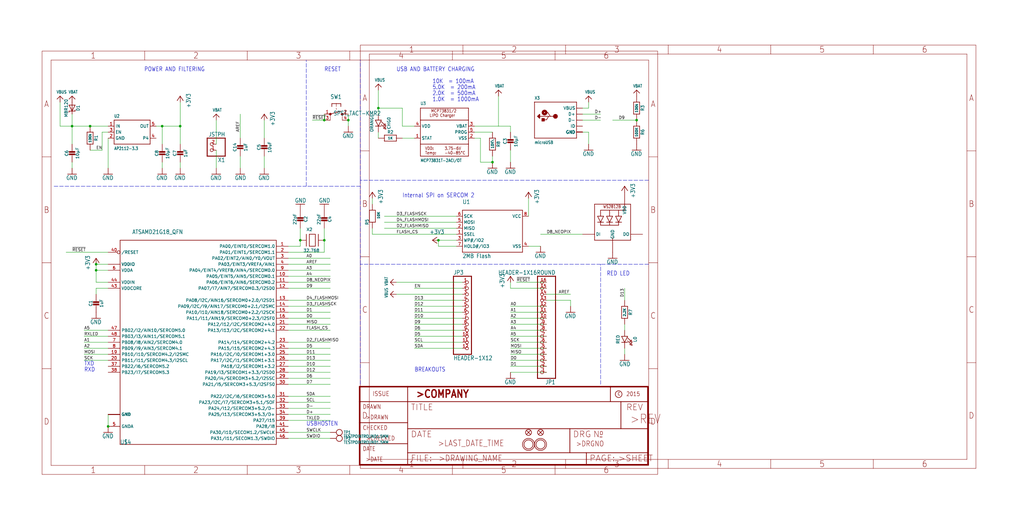
<source format=kicad_sch>
(kicad_sch (version 20211123) (generator eeschema)
  (paper "User" 433.07 220.421)
  (junction (at 30.48 53.34))
  (junction (at 269.24 50.8))
  (junction (at 40.64 111.76))
  (junction (at 160.02 45.72))
  (junction (at 45.72 180.34))
  (junction (at 208.28 68.58))
  (junction (at 185.42 101.6))
  (junction (at 76.2 53.34))
  (junction (at 40.64 114.3))
  (junction (at 137.16 50.8))
  (junction (at 137.16 101.6))
  (junction (at 38.1 53.34))
  (junction (at 127 101.6))
  (junction (at 147.32 50.8))
  (junction (at 68.58 53.34))
  (wire (pts (xy 45.72 106.68) (xy 27.94 106.68)))
  (wire (pts (xy 160.02 48.26) (xy 160.02 45.72)))
  (wire (pts (xy 91.44 50.8) (xy 91.44 60.96)))
  (polyline (pts (xy 152.4 76.2) (xy 152.4 25.4)))
  (wire (pts (xy 45.72 119.38) (xy 40.64 119.38)))
  (polyline (pts (xy 152.4 111.76) (xy 152.4 78.74)))
  (wire (pts (xy 139.7 185.42) (xy 121.92 185.42)))
  (wire (pts (xy 246.38 55.88) (xy 248.92 55.88)))
  (wire (pts (xy 127 96.52) (xy 127 101.6)))
  (wire (pts (xy 30.48 68.58) (xy 30.48 71.12)))
  (wire (pts (xy 121.92 111.76) (xy 139.7 111.76)))
  (wire (pts (xy 162.56 93.98) (xy 193.04 93.98)))
  (wire (pts (xy 40.64 119.38) (xy 40.64 114.3)))
  (wire (pts (xy 45.72 175.26) (xy 45.72 180.34)))
  (wire (pts (xy 215.9 55.88) (xy 215.9 53.34)))
  (wire (pts (xy 246.38 45.72) (xy 248.92 45.72)))
  (wire (pts (xy 170.18 58.42) (xy 175.26 58.42)))
  (wire (pts (xy 45.72 114.3) (xy 40.64 114.3)))
  (wire (pts (xy 215.9 137.16) (xy 231.14 137.16)))
  (wire (pts (xy 38.1 53.34) (xy 30.48 53.34)))
  (wire (pts (xy 170.18 53.34) (xy 175.26 53.34)))
  (wire (pts (xy 195.58 127) (xy 175.26 127)))
  (wire (pts (xy 76.2 68.58) (xy 76.2 71.12)))
  (wire (pts (xy 121.92 162.56) (xy 139.7 162.56)))
  (wire (pts (xy 264.16 147.32) (xy 264.16 149.86)))
  (wire (pts (xy 121.92 119.38) (xy 139.7 119.38)))
  (wire (pts (xy 30.48 53.34) (xy 30.48 60.96)))
  (wire (pts (xy 121.92 144.78) (xy 139.7 144.78)))
  (wire (pts (xy 139.7 116.84) (xy 121.92 116.84)))
  (wire (pts (xy 121.92 167.64) (xy 139.7 167.64)))
  (wire (pts (xy 121.92 106.68) (xy 137.16 106.68)))
  (wire (pts (xy 45.72 139.7) (xy 35.56 139.7)))
  (wire (pts (xy 185.42 104.14) (xy 193.04 104.14)))
  (wire (pts (xy 157.48 83.82) (xy 157.48 86.36)))
  (wire (pts (xy 215.9 121.92) (xy 231.14 121.92)))
  (wire (pts (xy 121.92 121.92) (xy 139.7 121.92)))
  (wire (pts (xy 231.14 152.4) (xy 215.9 152.4)))
  (wire (pts (xy 121.92 177.8) (xy 139.7 177.8)))
  (wire (pts (xy 215.9 142.24) (xy 231.14 142.24)))
  (wire (pts (xy 35.56 152.4) (xy 45.72 152.4)))
  (wire (pts (xy 231.14 127) (xy 241.3 127)))
  (wire (pts (xy 195.58 137.16) (xy 175.26 137.16)))
  (wire (pts (xy 121.92 149.86) (xy 139.7 149.86)))
  (wire (pts (xy 215.9 53.34) (xy 210.82 53.34)))
  (wire (pts (xy 203.2 58.42) (xy 203.2 68.58)))
  (wire (pts (xy 45.72 111.76) (xy 40.64 111.76)))
  (wire (pts (xy 121.92 182.88) (xy 139.7 182.88)))
  (wire (pts (xy 231.14 134.62) (xy 215.9 134.62)))
  (wire (pts (xy 160.02 38.1) (xy 160.02 45.72)))
  (wire (pts (xy 231.14 119.38) (xy 218.44 119.38)))
  (wire (pts (xy 139.7 134.62) (xy 121.92 134.62)))
  (wire (pts (xy 254 50.8) (xy 246.38 50.8)))
  (wire (pts (xy 121.92 139.7) (xy 139.7 139.7)))
  (wire (pts (xy 139.7 147.32) (xy 121.92 147.32)))
  (wire (pts (xy 248.92 55.88) (xy 248.92 60.96)))
  (wire (pts (xy 231.14 144.78) (xy 215.9 144.78)))
  (wire (pts (xy 68.58 60.96) (xy 68.58 53.34)))
  (wire (pts (xy 45.72 142.24) (xy 35.56 142.24)))
  (wire (pts (xy 210.82 40.64) (xy 210.82 53.34)))
  (wire (pts (xy 68.58 53.34) (xy 76.2 53.34)))
  (wire (pts (xy 68.58 68.58) (xy 68.58 71.12)))
  (wire (pts (xy 121.92 129.54) (xy 139.7 129.54)))
  (wire (pts (xy 45.72 121.92) (xy 40.64 121.92)))
  (wire (pts (xy 160.02 55.88) (xy 160.02 58.42)))
  (wire (pts (xy 269.24 50.8) (xy 259.08 50.8)))
  (wire (pts (xy 157.48 99.06) (xy 193.04 99.06)))
  (wire (pts (xy 231.14 124.46) (xy 241.3 124.46)))
  (wire (pts (xy 215.9 119.38) (xy 215.9 121.92)))
  (wire (pts (xy 76.2 53.34) (xy 76.2 60.96)))
  (wire (pts (xy 101.6 58.42) (xy 101.6 48.26)))
  (wire (pts (xy 248.92 45.72) (xy 248.92 43.18)))
  (wire (pts (xy 193.04 91.44) (xy 162.56 91.44)))
  (wire (pts (xy 246.38 99.06) (xy 228.6 99.06)))
  (polyline (pts (xy 152.4 78.74) (xy 129.54 78.74)))
  (polyline (pts (xy 22.86 78.74) (xy 129.54 78.74)))
  (wire (pts (xy 43.18 55.88) (xy 45.72 55.88)))
  (wire (pts (xy 121.92 172.72) (xy 139.7 172.72)))
  (wire (pts (xy 215.9 157.48) (xy 231.14 157.48)))
  (wire (pts (xy 167.64 119.38) (xy 195.58 119.38)))
  (wire (pts (xy 175.26 129.54) (xy 195.58 129.54)))
  (wire (pts (xy 175.26 134.62) (xy 195.58 134.62)))
  (wire (pts (xy 38.1 63.5) (xy 43.18 63.5)))
  (wire (pts (xy 200.66 58.42) (xy 203.2 58.42)))
  (wire (pts (xy 127 104.14) (xy 127 101.6)))
  (wire (pts (xy 121.92 137.16) (xy 139.7 137.16)))
  (wire (pts (xy 91.44 71.12) (xy 91.44 63.5)))
  (wire (pts (xy 121.92 152.4) (xy 139.7 152.4)))
  (wire (pts (xy 40.64 121.92) (xy 40.64 124.46)))
  (wire (pts (xy 147.32 48.26) (xy 147.32 50.8)))
  (wire (pts (xy 35.56 147.32) (xy 45.72 147.32)))
  (wire (pts (xy 139.7 175.26) (xy 121.92 175.26)))
  (wire (pts (xy 231.14 147.32) (xy 215.9 147.32)))
  (wire (pts (xy 121.92 114.3) (xy 139.7 114.3)))
  (wire (pts (xy 210.82 53.34) (xy 200.66 53.34)))
  (polyline (pts (xy 129.54 78.74) (xy 129.54 25.4)))
  (polyline (pts (xy 274.32 111.76) (xy 254 111.76)))
  (wire (pts (xy 111.76 71.12) (xy 111.76 66.04)))
  (wire (pts (xy 111.76 58.42) (xy 111.76 50.8)))
  (wire (pts (xy 40.64 114.3) (xy 40.64 111.76)))
  (wire (pts (xy 185.42 101.6) (xy 185.42 104.14)))
  (wire (pts (xy 121.92 132.08) (xy 139.7 132.08)))
  (wire (pts (xy 45.72 53.34) (xy 38.1 53.34)))
  (wire (pts (xy 45.72 149.86) (xy 35.56 149.86)))
  (wire (pts (xy 246.38 48.26) (xy 254 48.26)))
  (wire (pts (xy 241.3 127) (xy 241.3 129.54)))
  (polyline (pts (xy 152.4 162.56) (xy 152.4 111.76)))
  (wire (pts (xy 139.7 127) (xy 121.92 127)))
  (wire (pts (xy 132.08 50.8) (xy 137.16 50.8)))
  (wire (pts (xy 160.02 45.72) (xy 170.18 45.72)))
  (wire (pts (xy 45.72 58.42) (xy 45.72 71.12)))
  (wire (pts (xy 231.14 129.54) (xy 215.9 129.54)))
  (wire (pts (xy 76.2 53.34) (xy 76.2 43.18)))
  (wire (pts (xy 228.6 104.14) (xy 223.52 104.14)))
  (wire (pts (xy 215.9 154.94) (xy 231.14 154.94)))
  (wire (pts (xy 45.72 144.78) (xy 35.56 144.78)))
  (wire (pts (xy 170.18 45.72) (xy 170.18 53.34)))
  (wire (pts (xy 137.16 106.68) (xy 137.16 101.6)))
  (wire (pts (xy 195.58 142.24) (xy 175.26 142.24)))
  (wire (pts (xy 121.92 170.18) (xy 139.7 170.18)))
  (wire (pts (xy 30.48 48.26) (xy 30.48 53.34)))
  (wire (pts (xy 175.26 121.92) (xy 195.58 121.92)))
  (wire (pts (xy 147.32 53.34) (xy 147.32 50.8)))
  (wire (pts (xy 264.16 127) (xy 264.16 121.92)))
  (polyline (pts (xy 254 111.76) (xy 152.4 111.76)))
  (wire (pts (xy 139.7 154.94) (xy 121.92 154.94)))
  (polyline (pts (xy 254 162.56) (xy 254 111.76)))
  (wire (pts (xy 193.04 101.6) (xy 185.42 101.6)))
  (wire (pts (xy 215.9 132.08) (xy 231.14 132.08)))
  (wire (pts (xy 195.58 132.08) (xy 175.26 132.08)))
  (wire (pts (xy 208.28 66.04) (xy 208.28 68.58)))
  (wire (pts (xy 101.6 66.04) (xy 101.6 71.12)))
  (wire (pts (xy 175.26 147.32) (xy 195.58 147.32)))
  (wire (pts (xy 25.4 53.34) (xy 30.48 53.34)))
  (wire (pts (xy 195.58 124.46) (xy 167.64 124.46)))
  (wire (pts (xy 264.16 137.16) (xy 264.16 139.7)))
  (wire (pts (xy 121.92 109.22) (xy 139.7 109.22)))
  (wire (pts (xy 25.4 43.18) (xy 25.4 53.34)))
  (wire (pts (xy 121.92 160.02) (xy 139.7 160.02)))
  (wire (pts (xy 66.04 53.34) (xy 68.58 53.34)))
  (wire (pts (xy 200.66 55.88) (xy 208.28 55.88)))
  (polyline (pts (xy 274.32 76.2) (xy 152.4 76.2)))
  (wire (pts (xy 121.92 157.48) (xy 139.7 157.48)))
  (wire (pts (xy 43.18 63.5) (xy 43.18 55.88)))
  (wire (pts (xy 215.9 63.5) (xy 215.9 68.58)))
  (wire (pts (xy 157.48 96.52) (xy 157.48 99.06)))
  (wire (pts (xy 121.92 104.14) (xy 127 104.14)))
  (wire (pts (xy 223.52 83.82) (xy 223.52 91.44)))
  (wire (pts (xy 215.9 149.86) (xy 231.14 149.86)))
  (wire (pts (xy 175.26 139.7) (xy 195.58 139.7)))
  (polyline (pts (xy 152.4 76.2) (xy 152.4 78.74)))
  (wire (pts (xy 231.14 139.7) (xy 215.9 139.7)))
  (wire (pts (xy 137.16 50.8) (xy 137.16 48.26)))
  (wire (pts (xy 195.58 144.78) (xy 175.26 144.78)))
  (wire (pts (xy 137.16 101.6) (xy 137.16 96.52)))
  (wire (pts (xy 203.2 68.58) (xy 208.28 68.58)))
  (wire (pts (xy 193.04 96.52) (xy 162.56 96.52)))
  (text "BREAKOUTS" (at 175.26 157.48 180) (effects (font (size 1.778 1.5113)) (justify left bottom)))
  (text "RESET" (at 137.16 30.48 180) (effects (font (size 1.778 1.5113)) (justify left bottom)))
  (text "TXD" (at 35.56 154.94 180) (effects (font (size 1.778 1.5113)) (justify left bottom)))
  (text "USB AND BATTERY CHARGING" (at 167.64 30.48 180) (effects (font (size 1.778 1.5113)) (justify left bottom)))
  (text "Internal SPI on SERCOM 2" (at 170.18 83.82 180) (effects (font (size 1.778 1.5113)) (justify left bottom)))
  (text "RXD" (at 35.56 157.48 180) (effects (font (size 1.778 1.5113)) (justify left bottom)))
  (text "RED LED" (at 256.54 116.84 180) (effects (font (size 1.778 1.5113)) (justify left bottom)))
  (text "10K  = 100mA" (at 182.88 35.56 180) (effects (font (size 1.778 1.5113)) (justify left bottom)))
  (text "2.0K  = 500mA" (at 182.88 40.64 180) (effects (font (size 1.778 1.5113)) (justify left bottom)))
  (text "POWER AND FILTERING" (at 60.96 30.48 180) (effects (font (size 1.778 1.5113)) (justify left bottom)))
  (text "USBHOSTEN" (at 129.54 180.34 180) (effects (font (size 1.778 1.5113)) (justify left bottom)))
  (text "5.0K  = 200mA" (at 182.88 38.1 180) (effects (font (size 1.778 1.5113)) (justify left bottom)))
  (text "1.0K  = 1000mA" (at 182.88 43.18 180) (effects (font (size 1.778 1.5113)) (justify left bottom)))
  (label "FLASH_CS" (at 129.54 139.7 0) (effects (font (size 1.2446 1.2446))))
  (label "A1" (at 35.56 144.78 0) (effects (font (size 1.2446 1.2446))))
  (label "D+" (at 251.46 48.26 0) (effects (font (size 1.2446 1.2446))))
  (label "D13" (at 175.26 127 0) (effects (font (size 1.2446 1.2446))))
  (label "D9" (at 129.54 121.92 0) (effects (font (size 1.2446 1.2446))))
  (label "D8_NEOPIX" (at 129.54 119.38 0) (effects (font (size 1.2446 1.2446))))
  (label "D13" (at 129.54 152.4 0) (effects (font (size 1.2446 1.2446))))
  (label "A3" (at 215.9 137.16 0) (effects (font (size 1.2446 1.2446))))
  (label "D6" (at 129.54 160.02 0) (effects (font (size 1.2446 1.2446))))
  (label "SDA" (at 129.54 167.64 0) (effects (font (size 1.2446 1.2446))))
  (label "D3_FLASHSCK" (at 167.64 91.44 0) (effects (font (size 1.2446 1.2446))))
  (label "D11" (at 175.26 132.08 0) (effects (font (size 1.2446 1.2446))))
  (label "MOSI" (at 215.9 147.32 0) (effects (font (size 1.2446 1.2446))))
  (label "D+" (at 129.54 175.26 0) (effects (font (size 1.2446 1.2446))))
  (label "SWCLK" (at 129.54 182.88 0) (effects (font (size 1.2446 1.2446))))
  (label "D9" (at 261.62 50.8 0) (effects (font (size 1.2446 1.2446))))
  (label "SCL" (at 175.26 144.78 0) (effects (font (size 1.2446 1.2446))))
  (label "D0" (at 129.54 134.62 0) (effects (font (size 1.2446 1.2446))))
  (label "D2_FLASHMISO" (at 129.54 144.78 0) (effects (font (size 1.2446 1.2446))))
  (label "D10" (at 175.26 134.62 0) (effects (font (size 1.2446 1.2446))))
  (label "D6" (at 175.26 139.7 0) (effects (font (size 1.2446 1.2446))))
  (label "A4" (at 215.9 139.7 0) (effects (font (size 1.2446 1.2446))))
  (label "D10" (at 129.54 154.94 0) (effects (font (size 1.2446 1.2446))))
  (label "D12" (at 129.54 157.48 0) (effects (font (size 1.2446 1.2446))))
  (label "AREF" (at 129.54 111.76 0) (effects (font (size 1.2446 1.2446))))
  (label "A1" (at 215.9 132.08 0) (effects (font (size 1.2446 1.2446))))
  (label "D0" (at 215.9 152.4 0) (effects (font (size 1.2446 1.2446))))
  (label "SCK" (at 35.56 152.4 0) (effects (font (size 1.2446 1.2446))))
  (label "SCK" (at 215.9 144.78 0) (effects (font (size 1.2446 1.2446))))
  (label "D13" (at 264.16 121.92 270) (effects (font (size 1.2446 1.2446))))
  (label "TXLED" (at 129.54 177.8 0) (effects (font (size 1.2446 1.2446))))
  (label "D1" (at 215.9 154.94 0) (effects (font (size 1.2446 1.2446))))
  (label "MISO" (at 129.54 137.16 0) (effects (font (size 1.2446 1.2446))))
  (label "D-" (at 251.46 50.8 0) (effects (font (size 1.2446 1.2446))))
  (label "D4_FLASHMOSI" (at 129.54 127 0) (effects (font (size 1.2446 1.2446))))
  (label "~{RESET}" (at 132.08 50.8 0) (effects (font (size 1.2446 1.2446))))
  (label "D1" (at 129.54 132.08 0) (effects (font (size 1.2446 1.2446))))
  (label "D11" (at 129.54 149.86 0) (effects (font (size 1.2446 1.2446))))
  (label "A2" (at 215.9 134.62 0) (effects (font (size 1.2446 1.2446))))
  (label "D5" (at 129.54 147.32 0) (effects (font (size 1.2446 1.2446))))
  (label "A4" (at 129.54 116.84 0) (effects (font (size 1.2446 1.2446))))
  (label "D9" (at 175.26 137.16 0) (effects (font (size 1.2446 1.2446))))
  (label "SWDIO" (at 129.54 185.42 0) (effects (font (size 1.2446 1.2446))))
  (label "D5" (at 175.26 142.24 0) (effects (font (size 1.2446 1.2446))))
  (label "MISO" (at 215.9 149.86 0) (effects (font (size 1.2446 1.2446))))
  (label "D8_NEOPIX" (at 231.14 99.06 0) (effects (font (size 1.2446 1.2446))))
  (label "EN" (at 40.64 63.5 0) (effects (font (size 1.2446 1.2446))))
  (label "SCL" (at 129.54 170.18 0) (effects (font (size 1.2446 1.2446))))
  (label "A0" (at 215.9 129.54 0) (effects (font (size 1.2446 1.2446))))
  (label "FLASH_CS" (at 167.64 99.06 0) (effects (font (size 1.2446 1.2446))))
  (label "A0" (at 129.54 109.22 0) (effects (font (size 1.2446 1.2446))))
  (label "MOSI" (at 35.56 149.86 0) (effects (font (size 1.2446 1.2446))))
  (label "SDA" (at 175.26 147.32 0) (effects (font (size 1.2446 1.2446))))
  (label "~{RESET}" (at 218.44 119.38 0) (effects (font (size 1.2446 1.2446))))
  (label "RXLED" (at 35.56 142.24 0) (effects (font (size 1.2446 1.2446))))
  (label "D2_FLASHMISO" (at 167.64 96.52 0) (effects (font (size 1.2446 1.2446))))
  (label "AREF" (at 236.22 124.46 0) (effects (font (size 1.2446 1.2446))))
  (label "D12" (at 175.26 129.54 0) (effects (font (size 1.2446 1.2446))))
  (label "D4_FLASHMOSI" (at 167.64 93.98 0) (effects (font (size 1.2446 1.2446))))
  (label "A3" (at 129.54 114.3 0) (effects (font (size 1.2446 1.2446))))
  (label "A2" (at 35.56 147.32 0) (effects (font (size 1.2446 1.2446))))
  (label "AREF" (at 101.6 55.88 90) (effects (font (size 1.2446 1.2446))))
  (label "A5" (at 35.56 139.7 0) (effects (font (size 1.2446 1.2446))))
  (label "D7" (at 129.54 162.56 0) (effects (font (size 1.2446 1.2446))))
  (label "EN" (at 175.26 121.92 0) (effects (font (size 1.2446 1.2446))))
  (label "~{RESET}" (at 30.48 106.68 0) (effects (font (size 1.2446 1.2446))))
  (label "A5" (at 215.9 142.24 0) (effects (font (size 1.2446 1.2446))))
  (label "D3_FLASHSCK" (at 129.54 129.54 0) (effects (font (size 1.2446 1.2446))))
  (label "D-" (at 129.54 172.72 0) (effects (font (size 1.2446 1.2446))))
  (symbol (lib_id "schematicEagle-eagle-import:CAP_CERAMIC0805-NOOUTLINE") (at 30.48 66.04 0) (unit 1)
    (property "Reference" "C6" (at 28.19 64.79 90))
    (property "Value" "10µF" (at 32.78 64.79 90))
    (property "Footprint" "schematicEagle:0805-NO" (effects hide))
  )
  (symbol (lib_id "schematicEagle-eagle-import:+3V3") (at 215.9 116.84 0) (unit 1)
    (property "Reference" "#+3V1" (effects hide))
    (property "Value" "+3V3" (at 213.36 121.92 90) (effects (font (size 1.778 1.5113)) (justify left bottom)))
    (property "Footprint" "schematicEagle:" (effects hide))
  )
  (symbol (lib_id "schematicEagle-eagle-import:XTAL-3.2X1.5") (at 132.08 101.6 0) (unit 1)
    (property "Reference" "X2" (at 129.54 97.79 0) (effects (justify left bottom)))
    (property "Value" "32.768" (at 128.27 106.68 0) (effects (justify left bottom)))
    (property "Footprint" "schematicEagle:XTAL3215" (effects hide))
  )
  (symbol (lib_id "schematicEagle-eagle-import:SPST_TACT-KMR2") (at 142.24 48.26 270) (unit 1)
    (property "Reference" "SW1" (at 139.7 41.91 90) (effects (font (size 1.778 1.5113)) (justify left bottom)))
    (property "Value" "SPST_TACT-KMR2" (at 140.97 48.895 90) (effects (font (size 1.778 1.5113)) (justify left bottom)))
    (property "Footprint" "schematicEagle:KMR2" (effects hide))
  )
  (symbol (lib_id "schematicEagle-eagle-import:GND") (at 248.92 63.5 0) (unit 1)
    (property "Reference" "#GND1" (effects hide))
    (property "Value" "GND" (at 246.38 66.04 0) (effects (font (size 1.778 1.5113)) (justify left bottom)))
    (property "Footprint" "schematicEagle:" (effects hide))
  )
  (symbol (lib_id "schematicEagle-eagle-import:GND") (at 215.9 160.02 0) (unit 1)
    (property "Reference" "#GND11" (effects hide))
    (property "Value" "GND" (at 213.36 162.56 0) (effects (font (size 1.778 1.5113)) (justify left bottom)))
    (property "Footprint" "schematicEagle:" (effects hide))
  )
  (symbol (lib_id "schematicEagle-eagle-import:GND") (at 40.64 134.62 0) (unit 1)
    (property "Reference" "#U$6" (effects hide))
    (property "Value" "GND" (at 38.1 137.16 0) (effects (font (size 1.778 1.5113)) (justify left bottom)))
    (property "Footprint" "schematicEagle:" (effects hide))
  )
  (symbol (lib_id "schematicEagle-eagle-import:RESISTOR_0603_NOOUT") (at 208.28 60.96 270) (unit 1)
    (property "Reference" "R8" (at 210.82 60.96 0))
    (property "Value" "10K\\" (at 208.28 60.96 0) (effects (font (size 1.016 1.016) bold)))
    (property "Footprint" "schematicEagle:0603-NO" (effects hide))
  )
  (symbol (lib_id "schematicEagle-eagle-import:+3V3") (at 40.64 109.22 0) (unit 1)
    (property "Reference" "#+3V3" (effects hide))
    (property "Value" "+3V3" (at 38.1 114.3 90) (effects (font (size 1.778 1.5113)) (justify left bottom)))
    (property "Footprint" "schematicEagle:" (effects hide))
  )
  (symbol (lib_id "schematicEagle-eagle-import:HEADER-1X12") (at 198.12 134.62 0) (unit 1)
    (property "Reference" "JP3" (at 191.77 116.205 0) (effects (font (size 1.778 1.5113)) (justify left bottom)))
    (property "Value" "HEADER-1X12" (at 191.77 152.4 0) (effects (font (size 1.778 1.5113)) (justify left bottom)))
    (property "Footprint" "schematicEagle:1X12_ROUND" (effects hide))
  )
  (symbol (lib_id "schematicEagle-eagle-import:MOUNTINGHOLE2.5") (at 223.52 187.96 0) (unit 1)
    (property "Reference" "U$31" (effects hide))
    (property "Value" "MOUNTINGHOLE2.5" (effects hide))
    (property "Footprint" "schematicEagle:MOUNTINGHOLE_2.5_PLATED" (effects hide))
  )
  (symbol (lib_id "schematicEagle-eagle-import:CAP_CERAMIC0603_NO") (at 127 91.44 180) (unit 1)
    (property "Reference" "C2" (at 129.29 92.69 90))
    (property "Value" "22pF" (at 124.7 92.69 90))
    (property "Footprint" "schematicEagle:0603-NO" (effects hide))
  )
  (symbol (lib_id "schematicEagle-eagle-import:RESISTOR_0603_NOOUT") (at 269.24 55.88 270) (unit 1)
    (property "Reference" "R6" (at 271.78 55.88 0))
    (property "Value" "100K" (at 269.24 55.88 0) (effects (font (size 1.016 1.016) bold)))
    (property "Footprint" "schematicEagle:0603-NO" (effects hide))
  )
  (symbol (lib_id "schematicEagle-eagle-import:VBUS") (at 25.4 40.64 0) (unit 1)
    (property "Reference" "#U$3" (effects hide))
    (property "Value" "VBUS" (at 23.876 39.624 0) (effects (font (size 1.27 1.0795)) (justify left bottom)))
    (property "Footprint" "schematicEagle:" (effects hide))
  )
  (symbol (lib_id "schematicEagle-eagle-import:FIDUCIAL{dblquote}{dblquote}") (at 228.6 182.88 0) (unit 1)
    (property "Reference" "U$34" (effects hide))
    (property "Value" "FIDUCIAL{dblquote}{dblquote}" (effects hide))
    (property "Footprint" "schematicEagle:FIDUCIAL_1MM" (effects hide))
  )
  (symbol (lib_id "schematicEagle-eagle-import:SPIFLASH_SOIC8208MIL") (at 208.28 99.06 0) (unit 1)
    (property "Reference" "U1" (at 195.58 86.36 0) (effects (font (size 1.778 1.5113)) (justify left bottom)))
    (property "Value" "2MB Flash" (at 195.58 109.22 0) (effects (font (size 1.778 1.5113)) (justify left bottom)))
    (property "Footprint" "schematicEagle:SOIC8_208MIL" (effects hide))
  )
  (symbol (lib_id "schematicEagle-eagle-import:LED0805_NOOUTLINE") (at 264.16 144.78 270) (unit 1)
    (property "Reference" "L0" (at 268.605 143.51 0))
    (property "Value" "RED" (at 261.366 143.51 0))
    (property "Footprint" "schematicEagle:CHIPLED_0805_NOOUTLINE" (effects hide))
  )
  (symbol (lib_id "schematicEagle-eagle-import:GND") (at 208.28 71.12 0) (unit 1)
    (property "Reference" "#U$36" (effects hide))
    (property "Value" "GND" (at 205.74 73.66 0) (effects (font (size 1.778 1.5113)) (justify left bottom)))
    (property "Footprint" "schematicEagle:" (effects hide))
  )
  (symbol (lib_id "schematicEagle-eagle-import:CAP_CERAMIC0603_NO") (at 40.64 129.54 0) (unit 1)
    (property "Reference" "C1" (at 38.35 128.29 90))
    (property "Value" "1uF" (at 42.94 128.29 90))
    (property "Footprint" "schematicEagle:0603-NO" (effects hide))
  )
  (symbol (lib_id "schematicEagle-eagle-import:GND") (at 241.3 132.08 0) (unit 1)
    (property "Reference" "#GND4" (effects hide))
    (property "Value" "GND" (at 238.76 134.62 0) (effects (font (size 1.778 1.5113)) (justify left bottom)))
    (property "Footprint" "schematicEagle:" (effects hide))
  )
  (symbol (lib_id "schematicEagle-eagle-import:VREG_SOT23-5") (at 55.88 55.88 0) (unit 1)
    (property "Reference" "U2" (at 48.26 49.784 0) (effects (font (size 1.27 1.0795)) (justify left bottom)))
    (property "Value" "AP2112-3.3" (at 48.26 63.5 0) (effects (font (size 1.27 1.0795)) (justify left bottom)))
    (property "Footprint" "schematicEagle:SOT23-5" (effects hide))
  )
  (symbol (lib_id "schematicEagle-eagle-import:GND") (at 127 86.36 180) (unit 1)
    (property "Reference" "#U$8" (effects hide))
    (property "Value" "GND" (at 129.54 83.82 0) (effects (font (size 1.778 1.5113)) (justify left bottom)))
    (property "Footprint" "schematicEagle:" (effects hide))
  )
  (symbol (lib_id "schematicEagle-eagle-import:RESISTOR_0603_NOOUT") (at 264.16 132.08 270) (unit 1)
    (property "Reference" "R7" (at 266.7 132.08 0))
    (property "Value" "2.2K" (at 264.16 132.08 0) (effects (font (size 1.016 1.016) bold)))
    (property "Footprint" "schematicEagle:0603-NO" (effects hide))
  )
  (symbol (lib_id "schematicEagle-eagle-import:VBUS") (at 165.1 124.46 90) (unit 1)
    (property "Reference" "#U$19" (effects hide))
    (property "Value" "VBUS" (at 164.084 125.984 0) (effects (font (size 1.27 1.0795)) (justify left bottom)))
    (property "Footprint" "schematicEagle:" (effects hide))
  )
  (symbol (lib_id "schematicEagle-eagle-import:GND") (at 228.6 106.68 0) (unit 1)
    (property "Reference" "#U$26" (effects hide))
    (property "Value" "GND" (at 226.06 109.22 0) (effects (font (size 1.778 1.5113)) (justify left bottom)))
    (property "Footprint" "schematicEagle:" (effects hide))
  )
  (symbol (lib_id "schematicEagle-eagle-import:CAP_CERAMIC0805-NOOUTLINE") (at 215.9 60.96 0) (unit 1)
    (property "Reference" "C3" (at 213.61 59.71 90))
    (property "Value" "10µF" (at 218.2 59.71 90))
    (property "Footprint" "schematicEagle:0805-NO" (effects hide))
  )
  (symbol (lib_id "schematicEagle-eagle-import:GND") (at 101.6 73.66 0) (mirror y) (unit 1)
    (property "Reference" "#GND12" (effects hide))
    (property "Value" "GND" (at 104.14 76.2 0) (effects (font (size 1.778 1.5113)) (justify left bottom)))
    (property "Footprint" "schematicEagle:" (effects hide))
  )
  (symbol (lib_id "schematicEagle-eagle-import:GND") (at 111.76 73.66 0) (unit 1)
    (property "Reference" "#U$11" (effects hide))
    (property "Value" "GND" (at 109.22 76.2 0) (effects (font (size 1.778 1.5113)) (justify left bottom)))
    (property "Footprint" "schematicEagle:" (effects hide))
  )
  (symbol (lib_id "schematicEagle-eagle-import:VBAT") (at 91.44 48.26 0) (unit 1)
    (property "Reference" "#U$16" (effects hide))
    (property "Value" "VBAT" (at 89.916 47.244 0) (effects (font (size 1.27 1.0795)) (justify left bottom)))
    (property "Footprint" "schematicEagle:" (effects hide))
  )
  (symbol (lib_id "schematicEagle-eagle-import:GND") (at 215.9 71.12 0) (unit 1)
    (property "Reference" "#U$33" (effects hide))
    (property "Value" "GND" (at 213.36 73.66 0) (effects (font (size 1.778 1.5113)) (justify left bottom)))
    (property "Footprint" "schematicEagle:" (effects hide))
  )
  (symbol (lib_id "schematicEagle-eagle-import:+3V3") (at 76.2 40.64 0) (mirror y) (unit 1)
    (property "Reference" "#+3V4" (effects hide))
    (property "Value" "+3V3" (at 78.74 45.72 90) (effects (font (size 1.778 1.5113)) (justify left bottom)))
    (property "Footprint" "schematicEagle:" (effects hide))
  )
  (symbol (lib_id "schematicEagle-eagle-import:CAP_CERAMIC0603_NO") (at 76.2 66.04 0) (unit 1)
    (property "Reference" "C7" (at 73.91 64.79 90))
    (property "Value" "1uF" (at 78.5 64.79 90))
    (property "Footprint" "schematicEagle:0603-NO" (effects hide))
  )
  (symbol (lib_id "schematicEagle-eagle-import:GND") (at 269.24 63.5 0) (unit 1)
    (property "Reference" "#GND13" (effects hide))
    (property "Value" "GND" (at 266.7 66.04 0) (effects (font (size 1.778 1.5113)) (justify left bottom)))
    (property "Footprint" "schematicEagle:" (effects hide))
  )
  (symbol (lib_id "schematicEagle-eagle-import:+3V3") (at 157.48 81.28 0) (mirror y) (unit 1)
    (property "Reference" "#+3V8" (effects hide))
    (property "Value" "+3V3" (at 160.02 86.36 90) (effects (font (size 1.778 1.5113)) (justify left bottom)))
    (property "Footprint" "schematicEagle:" (effects hide))
  )
  (symbol (lib_id "schematicEagle-eagle-import:VBAT") (at 210.82 38.1 0) (unit 1)
    (property "Reference" "#U$39" (effects hide))
    (property "Value" "VBAT" (at 209.296 37.084 0) (effects (font (size 1.27 1.0795)) (justify left bottom)))
    (property "Footprint" "schematicEagle:" (effects hide))
  )
  (symbol (lib_id "schematicEagle-eagle-import:GND") (at 91.44 73.66 0) (unit 1)
    (property "Reference" "#U$22" (effects hide))
    (property "Value" "GND" (at 88.9 76.2 0) (effects (font (size 1.778 1.5113)) (justify left bottom)))
    (property "Footprint" "schematicEagle:" (effects hide))
  )
  (symbol (lib_id "schematicEagle-eagle-import:GND") (at 76.2 73.66 0) (unit 1)
    (property "Reference" "#U$28" (effects hide))
    (property "Value" "GND" (at 73.66 76.2 0) (effects (font (size 1.778 1.5113)) (justify left bottom)))
    (property "Footprint" "schematicEagle:" (effects hide))
  )
  (symbol (lib_id "schematicEagle-eagle-import:MOUNTINGHOLE2.5") (at 228.6 187.96 0) (unit 1)
    (property "Reference" "U$32" (effects hide))
    (property "Value" "MOUNTINGHOLE2.5" (effects hide))
    (property "Footprint" "schematicEagle:MOUNTINGHOLE_2.5_PLATED" (effects hide))
  )
  (symbol (lib_id "schematicEagle-eagle-import:GND") (at 147.32 55.88 0) (unit 1)
    (property "Reference" "#GND7" (effects hide))
    (property "Value" "GND" (at 144.78 58.42 0) (effects (font (size 1.778 1.5113)) (justify left bottom)))
    (property "Footprint" "schematicEagle:" (effects hide))
  )
  (symbol (lib_id "schematicEagle-eagle-import:VBUS") (at 248.92 40.64 0) (unit 1)
    (property "Reference" "#U$1" (effects hide))
    (property "Value" "VBUS" (at 247.396 39.624 0) (effects (font (size 1.27 1.0795)) (justify left bottom)))
    (property "Footprint" "schematicEagle:" (effects hide))
  )
  (symbol (lib_id "schematicEagle-eagle-import:USB_MICRO_20329_V2") (at 236.22 50.8 0) (unit 1)
    (property "Reference" "X3" (at 226.06 42.164 0) (effects (font (size 1.27 1.0795)) (justify left bottom)))
    (property "Value" "microUSB" (at 226.06 60.96 0) (effects (font (size 1.27 1.0795)) (justify left bottom)))
    (property "Footprint" "schematicEagle:4UCONN_20329_V2" (effects hide))
  )
  (symbol (lib_id "schematicEagle-eagle-import:+3V3") (at 223.52 81.28 0) (mirror y) (unit 1)
    (property "Reference" "#+3V5" (effects hide))
    (property "Value" "+3V3" (at 226.06 86.36 90) (effects (font (size 1.778 1.5113)) (justify left bottom)))
    (property "Footprint" "schematicEagle:" (effects hide))
  )
  (symbol (lib_id "schematicEagle-eagle-import:FIDUCIAL{dblquote}{dblquote}") (at 223.52 182.88 0) (unit 1)
    (property "Reference" "U$35" (effects hide))
    (property "Value" "FIDUCIAL{dblquote}{dblquote}" (effects hide))
    (property "Footprint" "schematicEagle:FIDUCIAL_1MM" (effects hide))
  )
  (symbol (lib_id "schematicEagle-eagle-import:CON_JST_PH_2PIN") (at 88.9 60.96 180) (unit 1)
    (property "Reference" "X1" (at 95.25 66.675 0) (effects (font (size 1.778 1.5113)) (justify left bottom)))
    (property "Value" "JSTPH" (at 95.25 55.88 0) (effects (font (size 1.778 1.5113)) (justify left bottom)))
    (property "Footprint" "schematicEagle:JSTPH2" (effects hide))
  )
  (symbol (lib_id "schematicEagle-eagle-import:GND") (at 259.08 109.22 0) (unit 1)
    (property "Reference" "#GND15" (effects hide))
    (property "Value" "GND" (at 256.54 111.76 0) (effects (font (size 1.778 1.5113)) (justify left bottom)))
    (property "Footprint" "schematicEagle:" (effects hide))
  )
  (symbol (lib_id "schematicEagle-eagle-import:ATSAMD21G_QFN") (at 71.12 139.7 0) (unit 1)
    (property "Reference" "U$4" (at 50.8 187.96 0) (effects (font (size 1.778 1.5113)) (justify left bottom)))
    (property "Value" "ATSAMD21G18_QFN" (at 55.88 99.06 0) (effects (font (size 1.778 1.5113)) (justify left bottom)))
    (property "Footprint" "schematicEagle:TQFN48_7MM" (effects hide))
  )
  (symbol (lib_id "schematicEagle-eagle-import:RESISTOR_0603_NOOUT") (at 157.48 91.44 90) (unit 1)
    (property "Reference" "R5" (at 155.9814 95.25 0) (effects (justify left bottom)))
    (property "Value" "10K" (at 160.782 92.71 0) (effects (font (size 1.016 1.016) bold) (justify left bottom)))
    (property "Footprint" "schematicEagle:0603-NO" (effects hide))
  )
  (symbol (lib_id "schematicEagle-eagle-import:GND") (at 30.48 73.66 0) (unit 1)
    (property "Reference" "#U$27" (effects hide))
    (property "Value" "GND" (at 27.94 76.2 0) (effects (font (size 1.778 1.5113)) (justify left bottom)))
    (property "Footprint" "schematicEagle:" (effects hide))
  )
  (symbol (lib_id "schematicEagle-eagle-import:GND") (at 264.16 152.4 0) (mirror y) (unit 1)
    (property "Reference" "#GND10" (effects hide))
    (property "Value" "GND" (at 266.7 154.94 0) (effects (font (size 1.778 1.5113)) (justify left bottom)))
    (property "Footprint" "schematicEagle:" (effects hide))
  )
  (symbol (lib_id "schematicEagle-eagle-import:CAP_CERAMIC0603_NO") (at 137.16 91.44 180) (unit 1)
    (property "Reference" "C4" (at 139.45 92.69 90))
    (property "Value" "22pF" (at 134.86 92.69 90))
    (property "Footprint" "schematicEagle:0603-NO" (effects hide))
  )
  (symbol (lib_id "schematicEagle-eagle-import:TESTPOINTROUND1.5MM") (at 139.7 185.42 270) (unit 1)
    (property "Reference" "TP2" (at 145.288 185.42 90) (effects (font (size 1.27 1.0795)) (justify left)))
    (property "Value" "TESTPOINTROUND1.5MM" (at 145.288 187.071 90) (effects (font (size 1.27 1.0795)) (justify left)))
    (property "Footprint" "schematicEagle:TESTPOINT_ROUND_1.5MM" (effects hide))
  )
  (symbol (lib_id "schematicEagle-eagle-import:MCP73831{slash}2") (at 187.96 55.88 0) (unit 1)
    (property "Reference" "U3" (at 177.8 44.45 0) (effects (font (size 1.27 1.0795)) (justify left bottom)))
    (property "Value" "MCP73831T-2ACI/OT" (at 177.8 68.58 0) (effects (font (size 1.27 1.0795)) (justify left bottom)))
    (property "Footprint" "schematicEagle:SOT23-5" (effects hide))
  )
  (symbol (lib_id "schematicEagle-eagle-import:CAP_CERAMIC0603_NO") (at 101.6 63.5 0) (unit 1)
    (property "Reference" "C14" (at 99.31 62.25 90))
    (property "Value" "1uF" (at 103.9 62.25 90))
    (property "Footprint" "schematicEagle:0603-NO" (effects hide))
  )
  (symbol (lib_id "schematicEagle-eagle-import:GND") (at 45.72 73.66 0) (unit 1)
    (property "Reference" "#U$30" (effects hide))
    (property "Value" "GND" (at 43.18 76.2 0) (effects (font (size 1.778 1.5113)) (justify left bottom)))
    (property "Footprint" "schematicEagle:" (effects hide))
  )
  (symbol (lib_id "schematicEagle-eagle-import:TESTPOINTROUND1.5MM") (at 139.7 182.88 270) (unit 1)
    (property "Reference" "TP1" (at 145.288 182.88 90) (effects (font (size 1.27 1.0795)) (justify left)))
    (property "Value" "TESTPOINTROUND1.5MM" (at 145.288 184.531 90) (effects (font (size 1.27 1.0795)) (justify left)))
    (property "Footprint" "schematicEagle:TESTPOINT_ROUND_1.5MM" (effects hide))
  )
  (symbol (lib_id "schematicEagle-eagle-import:FRAME_A4") (at 17.78 200.66 0) (unit 1)
    (property "Reference" "#FRAME1" (effects hide))
    (property "Value" "FRAME_A4" (effects hide))
    (property "Footprint" "schematicEagle:" (effects hide))
  )
  (symbol (lib_id "schematicEagle-eagle-import:HEADER-1X16ROUND") (at 228.6 139.7 180) (unit 1)
    (property "Reference" "JP1" (at 234.95 160.655 0) (effects (font (size 1.778 1.5113)) (justify left bottom)))
    (property "Value" "HEADER-1X16ROUND" (at 234.95 114.3 0) (effects (font (size 1.778 1.5113)) (justify left bottom)))
    (property "Footprint" "schematicEagle:1X16_ROUND" (effects hide))
  )
  (symbol (lib_id "schematicEagle-eagle-import:GND") (at 137.16 86.36 180) (unit 1)
    (property "Reference" "#U$10" (effects hide))
    (property "Value" "GND" (at 139.7 83.82 0) (effects (font (size 1.778 1.5113)) (justify left bottom)))
    (property "Footprint" "schematicEagle:" (effects hide))
  )
  (symbol (lib_id "schematicEagle-eagle-import:GND") (at 68.58 73.66 0) (unit 1)
    (property "Reference" "#U$29" (effects hide))
    (property "Value" "GND" (at 66.04 76.2 0) (effects (font (size 1.778 1.5113)) (justify left bottom)))
    (property "Footprint" "schematicEagle:" (effects hide))
  )
  (symbol (lib_id "schematicEagle-eagle-import:LED0805_NOOUTLINE") (at 160.02 53.34 270) (unit 1)
    (property "Reference" "CHG0" (at 164.465 52.07 0))
    (property "Value" "ORANGE" (at 157.226 52.07 0))
    (property "Footprint" "schematicEagle:CHIPLED_0805_NOOUTLINE" (effects hide))
  )
  (symbol (lib_id "schematicEagle-eagle-import:FRAME_A4") (at 152.4 198.12 0) (unit 2)
    (property "Reference" "#FRAME1" (effects hide))
    (property "Value" "FRAME_A4" (effects hide))
    (property "Footprint" "schematicEagle:" (effects hide))
  )
  (symbol (lib_id "schematicEagle-eagle-import:VBUS") (at 160.02 35.56 0) (unit 1)
    (property "Reference" "#U$38" (effects hide))
    (property "Value" "VBUS" (at 158.496 34.544 0) (effects (font (size 1.27 1.0795)) (justify left bottom)))
    (property "Footprint" "schematicEagle:" (effects hide))
  )
  (symbol (lib_id "schematicEagle-eagle-import:GND") (at 45.72 182.88 0) (unit 1)
    (property "Reference" "#U$5" (effects hide))
    (property "Value" "GND" (at 43.18 185.42 0) (effects (font (size 1.778 1.5113)) (justify left bottom)))
    (property "Footprint" "schematicEagle:" (effects hide))
  )
  (symbol (lib_id "schematicEagle-eagle-import:VBAT") (at 165.1 119.38 90) (unit 1)
    (property "Reference" "#U$20" (effects hide))
    (property "Value" "VBAT" (at 164.084 120.904 0) (effects (font (size 1.27 1.0795)) (justify left bottom)))
    (property "Footprint" "schematicEagle:" (effects hide))
  )
  (symbol (lib_id "schematicEagle-eagle-import:VBAT") (at 30.48 40.64 0) (unit 1)
    (property "Reference" "#U$21" (effects hide))
    (property "Value" "VBAT" (at 28.956 39.624 0) (effects (font (size 1.27 1.0795)) (justify left bottom)))
    (property "Footprint" "schematicEagle:" (effects hide))
  )
  (symbol (lib_id "schematicEagle-eagle-import:CAP_CERAMIC0805-NOOUTLINE") (at 111.76 63.5 0) (unit 1)
    (property "Reference" "C5" (at 109.47 62.25 90))
    (property "Value" "10uF" (at 114.06 62.25 90))
    (property "Footprint" "schematicEagle:0805-NO" (effects hide))
  )
  (symbol (lib_id "schematicEagle-eagle-import:CAP_CERAMIC0805-NOOUTLINE") (at 68.58 66.04 0) (unit 1)
    (property "Reference" "C8" (at 66.29 64.79 90))
    (property "Value" "10µF" (at 70.88 64.79 90))
    (property "Footprint" "schematicEagle:0805-NO" (effects hide))
  )
  (symbol (lib_id "schematicEagle-eagle-import:RESISTOR_0603_NOOUT") (at 269.24 45.72 270) (unit 1)
    (property "Reference" "R3" (at 271.78 45.72 0))
    (property "Value" "100k" (at 269.24 45.72 0) (effects (font (size 1.016 1.016) bold)))
    (property "Footprint" "schematicEagle:0603-NO" (effects hide))
  )
  (symbol (lib_id "schematicEagle-eagle-import:RESISTOR_0603_NOOUT") (at 38.1 58.42 270) (unit 1)
    (property "Reference" "R1" (at 40.64 58.42 0))
    (property "Value" "100k" (at 38.1 58.42 0) (effects (font (size 1.016 1.016) bold)))
    (property "Footprint" "schematicEagle:0603-NO" (effects hide))
  )
  (symbol (lib_id "schematicEagle-eagle-import:RESISTOR_0603_NOOUT") (at 165.1 58.42 0) (unit 1)
    (property "Reference" "R2" (at 165.1 55.88 0))
    (property "Value" "1K" (at 165.1 58.42 0) (effects (font (size 1.016 1.016) bold)))
    (property "Footprint" "schematicEagle:0603-NO" (effects hide))
  )
  (symbol (lib_id "schematicEagle-eagle-import:+3V3") (at 264.16 78.74 0) (mirror y) (unit 1)
    (property "Reference" "#+3V6" (effects hide))
    (property "Value" "+3V3" (at 266.7 83.82 90) (effects (font (size 1.778 1.5113)) (justify left bottom)))
    (property "Footprint" "schematicEagle:" (effects hide))
  )
  (symbol (lib_id "schematicEagle-eagle-import:+3V3") (at 182.88 101.6 90) (mirror x) (unit 1)
    (property "Reference" "#+3V7" (effects hide))
    (property "Value" "+3V3" (at 187.96 99.06 90) (effects (font (size 1.778 1.5113)) (justify left bottom)))
    (property "Footprint" "schematicEagle:" (effects hide))
  )
  (symbol (lib_id "schematicEagle-eagle-import:WS2812B3535") (at 259.08 96.52 0) (unit 1)
    (property "Reference" "LED1" (effects hide))
    (property "Value" "WS2812B3535" (effects hide))
    (property "Footprint" "schematicEagle:LED3535" (effects hide))
  )
  (symbol (lib_id "schematicEagle-eagle-import:DIODE-SCHOTTKYSOD-123") (at 30.48 45.72 270) (unit 1)
    (property "Reference" "D1" (at 33.02 45.72 0))
    (property "Value" "MBR120" (at 27.98 45.72 0))
    (property "Footprint" "schematicEagle:SOD-123" (effects hide))
  )
  (symbol (lib_id "schematicEagle-eagle-import:VBAT") (at 269.24 38.1 0) (unit 1)
    (property "Reference" "#U$2" (effects hide))
    (property "Value" "VBAT" (at 267.716 37.084 0) (effects (font (size 1.27 1.0795)) (justify left bottom)))
    (property "Footprint" "schematicEagle:" (effects hide))
  )
  (symbol (lib_id "schematicEagle-eagle-import:+3V3") (at 111.76 48.26 0) (mirror y) (unit 1)
    (property "Reference" "#+3V2" (effects hide))
    (property "Value" "+3V3" (at 114.3 53.34 90) (effects (font (size 1.778 1.5113)) (justify left bottom)))
    (property "Footprint" "schematicEagle:" (effects hide))
  )
)
</source>
